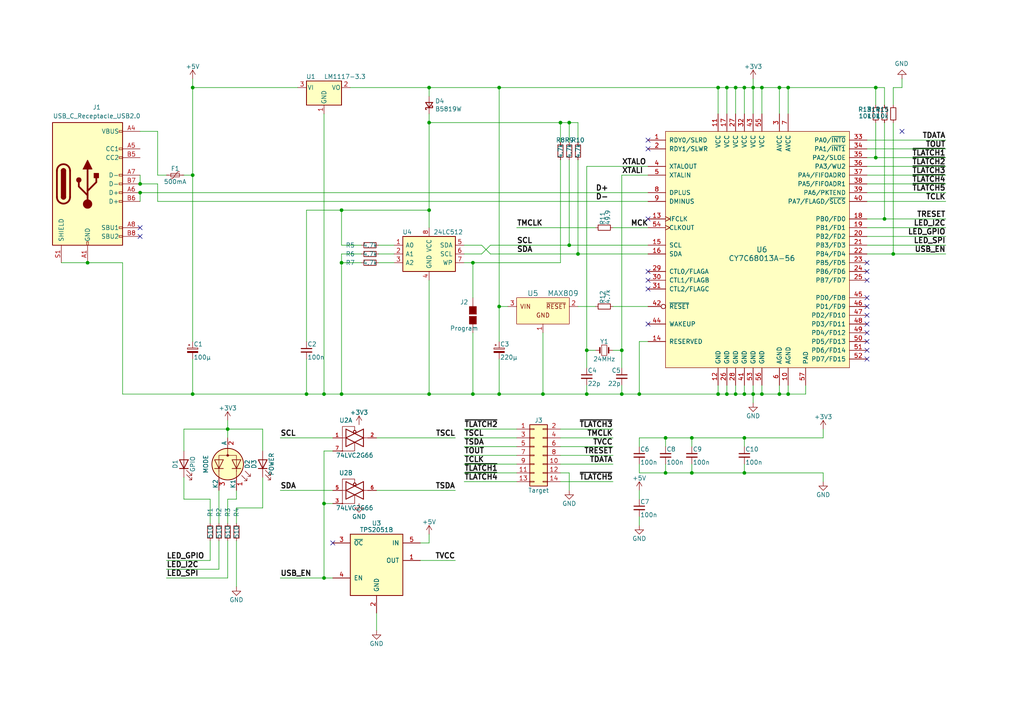
<source format=kicad_sch>
(kicad_sch (version 20210406) (generator eeschema)
  (paper "A4")
  (title_block (title "SigmaLink USBi") (date "2018-10-09") (rev "v3r1") (company "SushiBits Projects"))
  (lib_symbols
    (symbol "74xGxx:74LVC2G66" (pin_names (offset 1.016))
      (property "Reference" "U" (at -2.54 5.08 0))
      (property "Value" "74LVC2G66" (at 0 -5.08 0))
      (symbol "74LVC2G66_0_1"
        (pin power_in line (at 1.27 -3.81 270) (length 0) hide (name "GND") (number "4"))
        (pin power_in line (at 1.27 3.81 90) (length 0) hide (name "VCC") (number "8"))
      )
      (symbol "74LVC2G66_1_1"
        (pin input line (at -6.35 0 0) (length 2.54) (name "~") (number "1"))
        (pin tri_state line (at 6.35 0 180) (length 2.54) (name "~") (number "2"))
        (pin input line (at -6.35 -3.81 0) (length 2.54) (name "~") (number "7"))
      )
      (symbol "74LVC2G66_2_1"
        (pin input line (at -6.35 -3.81 0) (length 2.54) (name "~") (number "3"))
        (pin input line (at -6.35 0 0) (length 2.54) (name "~") (number "5"))
        (pin tri_state line (at 6.35 0 180) (length 2.54) (name "~") (number "6"))
      )
    )
    (symbol "Connector:USB_C_Receptacle_USB2.0" (pin_names (offset 1.016))
      (property "Reference" "J" (at -10.16 19.05 0))
      (property "Value" "USB_C_Receptacle_USB2.0" (at 19.05 19.05 0))
      (symbol "USB_C_Receptacle_USB2.0_1_1"
        (pin passive line (at 0 -22.86 90) (length 5.08) (name "GND") (number "A1"))
        (pin passive line (at 0 -22.86 90) (length 5.08) hide (name "GND") (number "A12"))
        (pin passive line (at 15.24 15.24 180) (length 5.08) (name "VBUS") (number "A4"))
        (pin bidirectional line (at 15.24 10.16 180) (length 5.08) (name "CC1") (number "A5"))
        (pin bidirectional line (at 15.24 -2.54 180) (length 5.08) (name "D+") (number "A6"))
        (pin bidirectional line (at 15.24 2.54 180) (length 5.08) (name "D-") (number "A7"))
        (pin bidirectional line (at 15.24 -12.7 180) (length 5.08) (name "SBU1") (number "A8"))
        (pin passive line (at 15.24 15.24 180) (length 5.08) hide (name "VBUS") (number "A9"))
        (pin passive line (at 0 -22.86 90) (length 5.08) hide (name "GND") (number "B1"))
        (pin passive line (at 0 -22.86 90) (length 5.08) hide (name "GND") (number "B12"))
        (pin passive line (at 15.24 15.24 180) (length 5.08) hide (name "VBUS") (number "B4"))
        (pin bidirectional line (at 15.24 7.62 180) (length 5.08) (name "CC2") (number "B5"))
        (pin bidirectional line (at 15.24 -5.08 180) (length 5.08) (name "D+") (number "B6"))
        (pin bidirectional line (at 15.24 0 180) (length 5.08) (name "D-") (number "B7"))
        (pin bidirectional line (at 15.24 -15.24 180) (length 5.08) (name "SBU2") (number "B8"))
        (pin passive line (at 15.24 15.24 180) (length 5.08) hide (name "VBUS") (number "B9"))
        (pin passive line (at -7.62 -22.86 90) (length 5.08) (name "SHIELD") (number "S1"))
      )
    )
    (symbol "Connector_Generic:Conn_02x07_Odd_Even" (pin_names (offset 1.016) hide)
      (property "Reference" "J" (at 1.27 10.16 0))
      (property "Value" "Conn_02x07_Odd_Even" (at 1.27 -10.16 0))
      (symbol "Conn_02x07_Odd_Even_1_1"
        (pin passive line (at -5.08 7.62 0) (length 3.81) (name "Pin_1") (number "1"))
        (pin passive line (at 7.62 -2.54 180) (length 3.81) (name "Pin_10") (number "10"))
        (pin passive line (at -5.08 -5.08 0) (length 3.81) (name "Pin_11") (number "11"))
        (pin passive line (at 7.62 -5.08 180) (length 3.81) (name "Pin_12") (number "12"))
        (pin passive line (at -5.08 -7.62 0) (length 3.81) (name "Pin_13") (number "13"))
        (pin passive line (at 7.62 -7.62 180) (length 3.81) (name "Pin_14") (number "14"))
        (pin passive line (at 7.62 7.62 180) (length 3.81) (name "Pin_2") (number "2"))
        (pin passive line (at -5.08 5.08 0) (length 3.81) (name "Pin_3") (number "3"))
        (pin passive line (at 7.62 5.08 180) (length 3.81) (name "Pin_4") (number "4"))
        (pin passive line (at -5.08 2.54 0) (length 3.81) (name "Pin_5") (number "5"))
        (pin passive line (at 7.62 2.54 180) (length 3.81) (name "Pin_6") (number "6"))
        (pin passive line (at -5.08 0 0) (length 3.81) (name "Pin_7") (number "7"))
        (pin passive line (at 7.62 0 180) (length 3.81) (name "Pin_8") (number "8"))
        (pin passive line (at -5.08 -2.54 0) (length 3.81) (name "Pin_9") (number "9"))
      )
    )
    (symbol "Device:CP_Small" (pin_numbers hide) (pin_names (offset 0.254) hide)
      (property "Reference" "C" (at 0.254 1.778 0))
      (property "Value" "Device_CP_Small" (at 0.254 -2.032 0))
      (symbol "CP_Small_1_1"
        (pin passive line (at 0 2.54 270) (length 1.8542) (name "~") (number "1"))
        (pin passive line (at 0 -2.54 90) (length 1.8542) (name "~") (number "2"))
      )
    )
    (symbol "Device:C_Small" (pin_numbers hide) (pin_names (offset 0.254) hide)
      (property "Reference" "C" (at 0.254 1.778 0))
      (property "Value" "C_Small" (at 0.254 -2.032 0))
      (symbol "C_Small_1_1"
        (pin passive line (at 0 2.54 270) (length 2.032) (name "~") (number "1"))
        (pin passive line (at 0 -2.54 90) (length 2.032) (name "~") (number "2"))
      )
    )
    (symbol "Device:Crystal_Small" (pin_numbers hide) (pin_names (offset 1.016) hide)
      (property "Reference" "Y" (at 0 2.54 0))
      (property "Value" "Crystal_Small" (at 0 -2.54 0))
      (symbol "Crystal_Small_1_1"
        (pin passive line (at -2.54 0 0) (length 1.27) (name "1") (number "1"))
        (pin passive line (at 2.54 0 180) (length 1.27) (name "2") (number "2"))
      )
    )
    (symbol "Device:D_Schottky_Small" (pin_numbers hide) (pin_names (offset 0.254) hide)
      (property "Reference" "D" (at -1.27 2.032 0))
      (property "Value" "D_Schottky_Small" (at -7.112 -2.032 0))
      (symbol "D_Schottky_Small_1_1"
        (pin passive line (at -2.54 0 0) (length 1.778) (name "K") (number "1"))
        (pin passive line (at 2.54 0 180) (length 1.778) (name "A") (number "2"))
      )
    )
    (symbol "Device:LED" (pin_numbers hide) (pin_names (offset 1.016) hide)
      (property "Reference" "D" (at 0 2.54 0))
      (property "Value" "LED" (at 0 -2.54 0))
      (symbol "LED_1_1"
        (pin passive line (at -3.81 0 0) (length 2.54) (name "K") (number "1"))
        (pin passive line (at 3.81 0 180) (length 2.54) (name "A") (number "2"))
      )
    )
    (symbol "Device:LED_Dual_CAC" (pin_names (offset 0))
      (property "Reference" "D" (at 0 5.715 0))
      (property "Value" "Device_LED_Dual_CAC" (at 0 -6.35 0))
      (symbol "LED_Dual_CAC_1_1"
        (pin input line (at 7.62 2.54 180) (length 3.81) (name "K1") (number "1"))
        (pin input line (at -7.62 0 0) (length 3.048) (name "A") (number "2"))
        (pin input line (at 7.62 -2.54 180) (length 3.81) (name "K2") (number "3"))
      )
    )
    (symbol "Device:Polyfuse_Small" (pin_numbers hide) (pin_names (offset 0))
      (property "Reference" "F" (at -1.905 0 90))
      (property "Value" "Polyfuse_Small" (at 1.905 0 90))
      (symbol "Polyfuse_Small_1_1"
        (pin passive line (at 0 2.54 270) (length 0.635) (name "~") (number "1"))
        (pin passive line (at 0 -2.54 90) (length 0.635) (name "~") (number "2"))
      )
    )
    (symbol "Device:R_Small" (pin_numbers hide) (pin_names (offset 0.254) hide)
      (property "Reference" "R" (at 0.762 0.508 0))
      (property "Value" "R_Small" (at 0.762 -1.016 0))
      (symbol "R_Small_1_1"
        (pin passive line (at 0 2.54 270) (length 0.762) (name "~") (number "1"))
        (pin passive line (at 0 -2.54 90) (length 0.762) (name "~") (number "2"))
      )
    )
    (symbol "SigmaLink-USBi-rescue:24LC512" (pin_names (offset 0.762))
      (property "Reference" "U" (at -6.35 6.35 0))
      (property "Value" "24LC512" (at 1.27 6.35 0))
      (symbol "24LC512_0_0"
        (pin power_in line (at 0 -7.62 90) (length 2.54) (name "GND") (number "4"))
        (pin power_in line (at 0 7.62 270) (length 2.54) (name "VCC") (number "8"))
      )
      (symbol "24LC512_1_1"
        (pin input line (at -10.16 2.54 0) (length 2.54) (name "A0") (number "1"))
        (pin input line (at -10.16 0 0) (length 2.54) (name "A1") (number "2"))
        (pin input line (at -10.16 -2.54 0) (length 2.54) (name "A2") (number "3"))
        (pin bidirectional line (at 10.16 2.54 180) (length 2.54) (name "SDA") (number "5"))
        (pin input line (at 10.16 0 180) (length 2.54) (name "SCL") (number "6"))
        (pin input line (at 10.16 -2.54 180) (length 2.54) (name "WP") (number "7"))
      )
    )
    (symbol "SigmaLink-USBi-rescue:GS2" (pin_numbers hide) (pin_names (offset 1.016) hide)
      (property "Reference" "J" (at 2.54 3.81 0))
      (property "Value" "GS2" (at 2.54 -3.7846 0))
      (symbol "GS2_1_1"
        (pin passive line (at 0 5.08 270) (length 2.54) (name "G1") (number "1"))
        (pin passive line (at 0 -5.08 90) (length 2.54) (name "G2") (number "2"))
      )
    )
    (symbol "SigmaLink-USBi-rescue:LM1117-3.3" (pin_names (offset 0.254))
      (property "Reference" "U" (at -3.81 3.175 0))
      (property "Value" "LM1117-3.3" (at 0 3.175 0))
      (symbol "LM1117-3.3_1_1"
        (pin power_in line (at 0 -7.62 90) (length 2.54) (name "GND") (number "1"))
        (pin power_out line (at 7.62 0 180) (length 2.54) (name "VO") (number "2"))
        (pin power_in line (at -7.62 0 0) (length 2.54) (name "VI") (number "3"))
      )
    )
    (symbol "SigmaLink-USBi-rescue:TPS2051B" (pin_names (offset 1.016))
      (property "Reference" "U" (at 0 10.795 0))
      (property "Value" "TPS2051B" (at 0 8.89 0))
      (symbol "TPS2051B_1_1"
        (pin power_out line (at 12.7 0 180) (length 5.08) (name "OUT") (number "1"))
        (pin power_in line (at 0 -15.24 90) (length 5.08) (name "GND") (number "2"))
        (pin open_collector line (at -12.7 5.08 0) (length 5.08) (name "~OC") (number "3"))
        (pin input line (at -12.7 -5.08 0) (length 5.08) (name "EN") (number "4"))
        (pin power_in line (at 12.7 5.08 180) (length 5.08) (name "IN") (number "5"))
      )
    )
    (symbol "cy7c68013:CY7C68013A-56" (pin_names (offset 1.016))
      (property "Reference" "U" (at 0 1.27 0))
      (property "Value" "CY7C68013A-56" (at 0 -1.27 0))
      (symbol "CY7C68013A-56_1_1"
        (pin input line (at -33.02 33.02 0) (length 5.08) (name "RDY0/SLRD") (number "1"))
        (pin power_in line (at 7.62 -38.1 90) (length 5.08) (name "AGND") (number "10"))
        (pin power_in line (at -12.7 40.64 270) (length 5.08) (name "VCC") (number "11"))
        (pin power_in line (at -12.7 -38.1 90) (length 5.08) (name "GND") (number "12"))
        (pin bidirectional clock (at -33.02 10.16 0) (length 5.08) (name "IFCLK") (number "13"))
        (pin input line (at -33.02 -25.4 0) (length 5.08) (name "RESERVED") (number "14"))
        (pin output line (at -33.02 2.54 0) (length 5.08) (name "SCL") (number "15"))
        (pin bidirectional line (at -33.02 0 0) (length 5.08) (name "SDA") (number "16"))
        (pin power_in line (at -10.16 40.64 270) (length 5.08) (name "VCC") (number "17"))
        (pin bidirectional line (at 30.48 10.16 180) (length 5.08) (name "PB0/FD0") (number "18"))
        (pin bidirectional line (at 30.48 7.62 180) (length 5.08) (name "PB1/FD1") (number "19"))
        (pin input line (at -33.02 30.48 0) (length 5.08) (name "RDY1/SLWR") (number "2"))
        (pin bidirectional line (at 30.48 5.08 180) (length 5.08) (name "PB2/FD2") (number "20"))
        (pin bidirectional line (at 30.48 2.54 180) (length 5.08) (name "PB3/FD3") (number "21"))
        (pin bidirectional line (at 30.48 0 180) (length 5.08) (name "PB4/FD4") (number "22"))
        (pin bidirectional line (at 30.48 -2.54 180) (length 5.08) (name "PB5/FD5") (number "23"))
        (pin bidirectional line (at 30.48 -5.08 180) (length 5.08) (name "PB6/FD6") (number "24"))
        (pin bidirectional line (at 30.48 -7.62 180) (length 5.08) (name "PB7/FD7") (number "25"))
        (pin power_in line (at -10.16 -38.1 90) (length 5.08) (name "GND") (number "26"))
        (pin power_in line (at -7.62 40.64 270) (length 5.08) (name "VCC") (number "27"))
        (pin power_in line (at -7.62 -38.1 90) (length 5.08) (name "GND") (number "28"))
        (pin output line (at -33.02 -5.08 0) (length 5.08) (name "CTL0/FLAGA") (number "29"))
        (pin power_in line (at 5.08 40.64 270) (length 5.08) (name "AVCC") (number "3"))
        (pin output line (at -33.02 -7.62 0) (length 5.08) (name "CTL1/FLAGB") (number "30"))
        (pin output line (at -33.02 -10.16 0) (length 5.08) (name "CTL2/FLAGC") (number "31"))
        (pin power_in line (at -5.08 40.64 270) (length 5.08) (name "VCC") (number "32"))
        (pin bidirectional line (at 30.48 33.02 180) (length 5.08) (name "PA0/~INT0") (number "33"))
        (pin bidirectional line (at 30.48 30.48 180) (length 5.08) (name "PA1/~INT1") (number "34"))
        (pin bidirectional line (at 30.48 27.94 180) (length 5.08) (name "PA2/SLOE") (number "35"))
        (pin bidirectional line (at 30.48 25.4 180) (length 5.08) (name "PA3/WU2") (number "36"))
        (pin bidirectional line (at 30.48 22.86 180) (length 5.08) (name "PA4/FIFOADR0") (number "37"))
        (pin bidirectional line (at 30.48 20.32 180) (length 5.08) (name "PA5/FIFOADR1") (number "38"))
        (pin bidirectional line (at 30.48 17.78 180) (length 5.08) (name "PA6/PKTEND") (number "39"))
        (pin output line (at -33.02 25.4 0) (length 5.08) (name "XTALOUT") (number "4"))
        (pin bidirectional line (at 30.48 15.24 180) (length 5.08) (name "PA7/FLAGD/~SLCS") (number "40"))
        (pin power_in line (at -5.08 -38.1 90) (length 5.08) (name "GND") (number "41"))
        (pin input inverted (at -33.02 -15.24 0) (length 5.08) (name "~RESET") (number "42"))
        (pin power_in line (at -2.54 40.64 270) (length 5.08) (name "VCC") (number "43"))
        (pin input line (at -33.02 -20.32 0) (length 5.08) (name "WAKEUP") (number "44"))
        (pin bidirectional line (at 30.48 -12.7 180) (length 5.08) (name "PD0/FD8") (number "45"))
        (pin bidirectional line (at 30.48 -15.24 180) (length 5.08) (name "PD1/FD9") (number "46"))
        (pin bidirectional line (at 30.48 -17.78 180) (length 5.08) (name "PD2/FD10") (number "47"))
        (pin bidirectional line (at 30.48 -20.32 180) (length 5.08) (name "PD3/FD11") (number "48"))
        (pin bidirectional line (at 30.48 -22.86 180) (length 5.08) (name "PD4/FD12") (number "49"))
        (pin input line (at -33.02 22.86 0) (length 5.08) (name "XTALIN") (number "5"))
        (pin bidirectional line (at 30.48 -25.4 180) (length 5.08) (name "PD5/FD13") (number "50"))
        (pin bidirectional line (at 30.48 -27.94 180) (length 5.08) (name "PD6/FD14") (number "51"))
        (pin bidirectional line (at 30.48 -30.48 180) (length 5.08) (name "PD7/FD15") (number "52"))
        (pin power_in line (at -2.54 -38.1 90) (length 5.08) (name "GND") (number "53"))
        (pin output clock (at -33.02 7.62 0) (length 5.08) (name "CLKOUT") (number "54"))
        (pin power_in line (at 0 40.64 270) (length 5.08) (name "VCC") (number "55"))
        (pin power_in line (at 0 -38.1 90) (length 5.08) (name "GND") (number "56"))
        (pin passive line (at 12.7 -38.1 90) (length 5.08) (name "PAD") (number "57"))
        (pin power_in line (at 5.08 -38.1 90) (length 5.08) (name "AGND") (number "6"))
        (pin power_in line (at 7.62 40.64 270) (length 5.08) (name "AVCC") (number "7"))
        (pin bidirectional line (at -33.02 17.78 0) (length 5.08) (name "DPLUS") (number "8"))
        (pin bidirectional line (at -33.02 15.24 0) (length 5.08) (name "DMINUS") (number "9"))
      )
    )
    (symbol "power:+3V3" (power) (pin_names (offset 0))
      (property "Value" "+3V3" (at 0 3.556 0))
      (symbol "+3V3_1_1"
        (pin power_in line (at 0 0 90) (length 0) hide (name "+3V3") (number "1"))
      )
    )
    (symbol "power:+5V" (power) (pin_names (offset 0))
      (property "Value" "+5V" (at 0 3.556 0))
      (symbol "+5V_1_1"
        (pin power_in line (at 0 0 90) (length 0) hide (name "+5V") (number "1"))
      )
    )
    (symbol "power:GND" (power) (pin_names (offset 0))
      (property "Value" "GND" (at 0 -3.81 0))
      (symbol "GND_1_1"
        (pin power_in line (at 0 0 270) (length 0) hide (name "GND") (number "1"))
      )
    )
    (symbol "usb-mux:MAX809" (pin_names (offset 1.016) hide)
      (property "Reference" "U" (at -1.27 3.81 0))
      (property "Value" "usb-mux_MAX809" (at 1.27 3.81 0))
      (symbol "MAX809_0_0"
        (text "GND" (at 0 -2.54 0) (effects (font (size 1.27 1.27))))
        (text "VIN" (at -5.08 0 0) (effects (font (size 1.27 1.27))))
        (text "~RESET" (at 3.81 0 0) (effects (font (size 1.27 1.27))))
      )
      (symbol "MAX809_1_1"
        (pin power_in line (at 0 -7.62 90) (length 2.54) (name "GND") (number "1"))
        (pin power_in line (at 10.16 0 180) (length 2.54) (name "~RESET") (number "2"))
        (pin power_in line (at -10.16 0 0) (length 2.54) (name "VIN") (number "3"))
      )
    )
  )
  (junction (at 25.4 76.2) (diameter 0.9144))
  (junction (at 40.64 53.34) (diameter 0.9144))
  (junction (at 40.64 55.88) (diameter 0.9144))
  (junction (at 55.88 25.4) (diameter 0.9144))
  (junction (at 55.88 50.8) (diameter 0.9144))
  (junction (at 55.88 114.3) (diameter 0.9144))
  (junction (at 66.04 124.46) (diameter 0.9144))
  (junction (at 88.9 114.3) (diameter 0.9144))
  (junction (at 93.98 114.3) (diameter 0.9144))
  (junction (at 93.98 146.05) (diameter 0.9144))
  (junction (at 93.98 167.64) (diameter 0.9144))
  (junction (at 99.06 60.96) (diameter 0.9144))
  (junction (at 99.06 76.2) (diameter 0.9144))
  (junction (at 99.06 114.3) (diameter 0.9144))
  (junction (at 124.46 25.4) (diameter 0.9144))
  (junction (at 124.46 35.56) (diameter 0.9144))
  (junction (at 124.46 60.96) (diameter 0.9144))
  (junction (at 124.46 114.3) (diameter 0.9144))
  (junction (at 137.16 76.2) (diameter 0.9144))
  (junction (at 137.16 114.3) (diameter 0.9144))
  (junction (at 144.78 25.4) (diameter 0.9144))
  (junction (at 144.78 88.9) (diameter 0.9144))
  (junction (at 144.78 114.3) (diameter 0.9144))
  (junction (at 157.48 114.3) (diameter 0.9144))
  (junction (at 162.56 35.56) (diameter 0.9144))
  (junction (at 165.1 35.56) (diameter 0.9144))
  (junction (at 165.1 71.12) (diameter 0.9144))
  (junction (at 167.64 73.66) (diameter 0.9144))
  (junction (at 170.18 101.6) (diameter 0.9144))
  (junction (at 170.18 114.3) (diameter 0.9144))
  (junction (at 180.34 101.6) (diameter 0.9144))
  (junction (at 180.34 114.3) (diameter 0.9144))
  (junction (at 185.42 114.3) (diameter 0.9144))
  (junction (at 193.04 127) (diameter 0.9144))
  (junction (at 193.04 137.16) (diameter 0.9144))
  (junction (at 200.66 127) (diameter 0.9144))
  (junction (at 200.66 137.16) (diameter 0.9144))
  (junction (at 208.28 25.4) (diameter 0.9144))
  (junction (at 208.28 114.3) (diameter 0.9144))
  (junction (at 210.82 25.4) (diameter 0.9144))
  (junction (at 210.82 114.3) (diameter 0.9144))
  (junction (at 213.36 25.4) (diameter 0.9144))
  (junction (at 213.36 114.3) (diameter 0.9144))
  (junction (at 215.9 25.4) (diameter 0.9144))
  (junction (at 215.9 114.3) (diameter 0.9144))
  (junction (at 215.9 127) (diameter 0.9144))
  (junction (at 215.9 137.16) (diameter 0.9144))
  (junction (at 218.44 25.4) (diameter 0.9144))
  (junction (at 218.44 114.3) (diameter 0.9144))
  (junction (at 220.98 25.4) (diameter 0.9144))
  (junction (at 220.98 114.3) (diameter 0.9144))
  (junction (at 226.06 25.4) (diameter 0.9144))
  (junction (at 226.06 114.3) (diameter 0.9144))
  (junction (at 228.6 25.4) (diameter 0.9144))
  (junction (at 228.6 114.3) (diameter 0.9144))
  (junction (at 254 25.4) (diameter 0.9144))
  (junction (at 254 45.72) (diameter 0.9144))
  (junction (at 256.54 63.5) (diameter 0.9144))
  (junction (at 259.08 73.66) (diameter 0.9144))
  (no_connect (at 40.64 66.04))
  (no_connect (at 40.64 68.58))
  (no_connect (at 96.52 157.48))
  (no_connect (at 187.96 40.64))
  (no_connect (at 187.96 43.18))
  (no_connect (at 187.96 63.5))
  (no_connect (at 187.96 78.74))
  (no_connect (at 187.96 81.28))
  (no_connect (at 187.96 83.82))
  (no_connect (at 187.96 93.98))
  (no_connect (at 251.46 76.2))
  (no_connect (at 251.46 78.74))
  (no_connect (at 251.46 81.28))
  (no_connect (at 251.46 86.36))
  (no_connect (at 251.46 88.9))
  (no_connect (at 251.46 91.44))
  (no_connect (at 251.46 93.98))
  (no_connect (at 251.46 96.52))
  (no_connect (at 251.46 99.06))
  (no_connect (at 251.46 101.6))
  (no_connect (at 251.46 104.14))
  (no_connect (at 261.62 38.1))
  (wire (pts (xy 17.78 76.2) (xy 25.4 76.2)))
  (wire (pts (xy 25.4 76.2) (xy 35.56 76.2)))
  (wire (pts (xy 35.56 76.2) (xy 35.56 114.3)))
  (wire (pts (xy 35.56 114.3) (xy 55.88 114.3)))
  (wire (pts (xy 40.64 38.1) (xy 45.72 38.1)))
  (wire (pts (xy 40.64 50.8) (xy 40.64 53.34)))
  (wire (pts (xy 40.64 53.34) (xy 45.72 53.34)))
  (wire (pts (xy 40.64 55.88) (xy 40.64 58.42)))
  (wire (pts (xy 40.64 55.88) (xy 187.96 55.88)))
  (wire (pts (xy 45.72 38.1) (xy 45.72 50.8)))
  (wire (pts (xy 45.72 53.34) (xy 45.72 58.42)))
  (wire (pts (xy 45.72 58.42) (xy 187.96 58.42)))
  (wire (pts (xy 48.26 50.8) (xy 45.72 50.8)))
  (wire (pts (xy 48.26 162.56) (xy 60.96 162.56)))
  (wire (pts (xy 48.26 165.1) (xy 63.5 165.1)))
  (wire (pts (xy 48.26 167.64) (xy 66.04 167.64)))
  (wire (pts (xy 53.34 50.8) (xy 55.88 50.8)))
  (wire (pts (xy 53.34 124.46) (xy 53.34 130.81)))
  (wire (pts (xy 53.34 124.46) (xy 66.04 124.46)))
  (wire (pts (xy 53.34 144.78) (xy 53.34 138.43)))
  (wire (pts (xy 55.88 22.86) (xy 55.88 25.4)))
  (wire (pts (xy 55.88 25.4) (xy 55.88 50.8)))
  (wire (pts (xy 55.88 25.4) (xy 86.36 25.4)))
  (wire (pts (xy 55.88 50.8) (xy 55.88 99.06)))
  (wire (pts (xy 55.88 114.3) (xy 55.88 104.14)))
  (wire (pts (xy 55.88 114.3) (xy 88.9 114.3)))
  (wire (pts (xy 60.96 144.78) (xy 53.34 144.78)))
  (wire (pts (xy 60.96 151.765) (xy 60.96 144.78)))
  (wire (pts (xy 60.96 162.56) (xy 60.96 156.845)))
  (wire (pts (xy 63.5 151.765) (xy 63.5 142.24)))
  (wire (pts (xy 63.5 165.1) (xy 63.5 156.845)))
  (wire (pts (xy 66.04 121.92) (xy 66.04 124.46)))
  (wire (pts (xy 66.04 124.46) (xy 66.04 127)))
  (wire (pts (xy 66.04 124.46) (xy 76.2 124.46)))
  (wire (pts (xy 66.04 144.78) (xy 68.58 144.78)))
  (wire (pts (xy 66.04 151.765) (xy 66.04 144.78)))
  (wire (pts (xy 66.04 167.64) (xy 66.04 156.845)))
  (wire (pts (xy 68.58 144.78) (xy 68.58 142.24)))
  (wire (pts (xy 68.58 147.32) (xy 76.2 147.32)))
  (wire (pts (xy 68.58 151.765) (xy 68.58 147.32)))
  (wire (pts (xy 68.58 170.18) (xy 68.58 156.845)))
  (wire (pts (xy 76.2 124.46) (xy 76.2 130.81)))
  (wire (pts (xy 76.2 147.32) (xy 76.2 138.43)))
  (wire (pts (xy 81.28 127) (xy 96.52 127)))
  (wire (pts (xy 81.28 142.24) (xy 96.52 142.24)))
  (wire (pts (xy 81.28 167.64) (xy 93.98 167.64)))
  (wire (pts (xy 88.9 60.96) (xy 88.9 99.06)))
  (wire (pts (xy 88.9 104.14) (xy 88.9 114.3)))
  (wire (pts (xy 88.9 114.3) (xy 93.98 114.3)))
  (wire (pts (xy 93.98 114.3) (xy 93.98 33.02)))
  (wire (pts (xy 93.98 114.3) (xy 99.06 114.3)))
  (wire (pts (xy 93.98 130.81) (xy 93.98 146.05)))
  (wire (pts (xy 93.98 146.05) (xy 93.98 167.64)))
  (wire (pts (xy 93.98 167.64) (xy 96.52 167.64)))
  (wire (pts (xy 96.52 130.81) (xy 93.98 130.81)))
  (wire (pts (xy 96.52 146.05) (xy 93.98 146.05)))
  (wire (pts (xy 99.06 60.96) (xy 88.9 60.96)))
  (wire (pts (xy 99.06 60.96) (xy 99.06 71.12)))
  (wire (pts (xy 99.06 71.12) (xy 104.775 71.12)))
  (wire (pts (xy 99.06 73.66) (xy 99.06 76.2)))
  (wire (pts (xy 99.06 76.2) (xy 99.06 114.3)))
  (wire (pts (xy 99.06 114.3) (xy 124.46 114.3)))
  (wire (pts (xy 101.6 25.4) (xy 124.46 25.4)))
  (wire (pts (xy 104.775 73.66) (xy 99.06 73.66)))
  (wire (pts (xy 104.775 76.2) (xy 99.06 76.2)))
  (wire (pts (xy 109.22 177.8) (xy 109.22 182.88)))
  (wire (pts (xy 109.855 71.12) (xy 114.3 71.12)))
  (wire (pts (xy 109.855 73.66) (xy 114.3 73.66)))
  (wire (pts (xy 109.855 76.2) (xy 114.3 76.2)))
  (wire (pts (xy 121.92 157.48) (xy 124.46 157.48)))
  (wire (pts (xy 124.46 25.4) (xy 124.46 27.94)))
  (wire (pts (xy 124.46 25.4) (xy 144.78 25.4)))
  (wire (pts (xy 124.46 33.02) (xy 124.46 35.56)))
  (wire (pts (xy 124.46 35.56) (xy 124.46 60.96)))
  (wire (pts (xy 124.46 35.56) (xy 162.56 35.56)))
  (wire (pts (xy 124.46 60.96) (xy 99.06 60.96)))
  (wire (pts (xy 124.46 60.96) (xy 124.46 66.04)))
  (wire (pts (xy 124.46 114.3) (xy 124.46 81.28)))
  (wire (pts (xy 124.46 114.3) (xy 137.16 114.3)))
  (wire (pts (xy 124.46 157.48) (xy 124.46 154.94)))
  (wire (pts (xy 132.08 127) (xy 109.22 127)))
  (wire (pts (xy 132.08 142.24) (xy 109.22 142.24)))
  (wire (pts (xy 132.08 162.56) (xy 121.92 162.56)))
  (wire (pts (xy 134.62 71.12) (xy 139.7 71.12)))
  (wire (pts (xy 134.62 73.66) (xy 139.7 73.66)))
  (wire (pts (xy 134.62 76.2) (xy 137.16 76.2)))
  (wire (pts (xy 134.62 124.46) (xy 149.86 124.46)))
  (wire (pts (xy 134.62 129.54) (xy 149.86 129.54)))
  (wire (pts (xy 134.62 134.62) (xy 149.86 134.62)))
  (wire (pts (xy 134.62 137.16) (xy 149.86 137.16)))
  (wire (pts (xy 137.16 76.2) (xy 137.16 86.36)))
  (wire (pts (xy 137.16 76.2) (xy 162.56 76.2)))
  (wire (pts (xy 137.16 96.52) (xy 137.16 114.3)))
  (wire (pts (xy 137.16 114.3) (xy 144.78 114.3)))
  (wire (pts (xy 139.7 71.12) (xy 142.24 73.66)))
  (wire (pts (xy 139.7 73.66) (xy 142.24 71.12)))
  (wire (pts (xy 142.24 71.12) (xy 165.1 71.12)))
  (wire (pts (xy 142.24 73.66) (xy 167.64 73.66)))
  (wire (pts (xy 144.78 25.4) (xy 144.78 88.9)))
  (wire (pts (xy 144.78 25.4) (xy 208.28 25.4)))
  (wire (pts (xy 144.78 88.9) (xy 144.78 99.06)))
  (wire (pts (xy 144.78 114.3) (xy 144.78 104.14)))
  (wire (pts (xy 144.78 114.3) (xy 157.48 114.3)))
  (wire (pts (xy 147.32 88.9) (xy 144.78 88.9)))
  (wire (pts (xy 149.86 66.04) (xy 172.72 66.04)))
  (wire (pts (xy 149.86 127) (xy 134.62 127)))
  (wire (pts (xy 149.86 132.08) (xy 134.62 132.08)))
  (wire (pts (xy 149.86 139.7) (xy 134.62 139.7)))
  (wire (pts (xy 157.48 96.52) (xy 157.48 114.3)))
  (wire (pts (xy 157.48 114.3) (xy 170.18 114.3)))
  (wire (pts (xy 162.56 35.56) (xy 165.1 35.56)))
  (wire (pts (xy 162.56 41.275) (xy 162.56 35.56)))
  (wire (pts (xy 162.56 76.2) (xy 162.56 46.355)))
  (wire (pts (xy 162.56 124.46) (xy 177.8 124.46)))
  (wire (pts (xy 162.56 129.54) (xy 177.8 129.54)))
  (wire (pts (xy 162.56 134.62) (xy 177.8 134.62)))
  (wire (pts (xy 162.56 137.16) (xy 165.1 137.16)))
  (wire (pts (xy 165.1 35.56) (xy 167.64 35.56)))
  (wire (pts (xy 165.1 41.275) (xy 165.1 35.56)))
  (wire (pts (xy 165.1 46.355) (xy 165.1 71.12)))
  (wire (pts (xy 165.1 71.12) (xy 187.96 71.12)))
  (wire (pts (xy 165.1 137.16) (xy 165.1 142.24)))
  (wire (pts (xy 167.64 35.56) (xy 167.64 41.275)))
  (wire (pts (xy 167.64 46.355) (xy 167.64 73.66)))
  (wire (pts (xy 167.64 73.66) (xy 187.96 73.66)))
  (wire (pts (xy 167.64 88.9) (xy 172.72 88.9)))
  (wire (pts (xy 170.18 48.26) (xy 170.18 101.6)))
  (wire (pts (xy 170.18 101.6) (xy 170.18 106.68)))
  (wire (pts (xy 170.18 114.3) (xy 170.18 111.76)))
  (wire (pts (xy 170.18 114.3) (xy 180.34 114.3)))
  (wire (pts (xy 172.72 101.6) (xy 170.18 101.6)))
  (wire (pts (xy 177.8 66.04) (xy 187.96 66.04)))
  (wire (pts (xy 177.8 88.9) (xy 187.96 88.9)))
  (wire (pts (xy 177.8 101.6) (xy 180.34 101.6)))
  (wire (pts (xy 177.8 127) (xy 162.56 127)))
  (wire (pts (xy 177.8 132.08) (xy 162.56 132.08)))
  (wire (pts (xy 177.8 139.7) (xy 162.56 139.7)))
  (wire (pts (xy 180.34 50.8) (xy 180.34 101.6)))
  (wire (pts (xy 180.34 101.6) (xy 180.34 106.68)))
  (wire (pts (xy 180.34 111.76) (xy 180.34 114.3)))
  (wire (pts (xy 180.34 114.3) (xy 185.42 114.3)))
  (wire (pts (xy 185.42 99.06) (xy 187.96 99.06)))
  (wire (pts (xy 185.42 114.3) (xy 185.42 99.06)))
  (wire (pts (xy 185.42 114.3) (xy 208.28 114.3)))
  (wire (pts (xy 185.42 127) (xy 185.42 129.54)))
  (wire (pts (xy 185.42 137.16) (xy 185.42 134.62)))
  (wire (pts (xy 185.42 142.24) (xy 185.42 144.78)))
  (wire (pts (xy 185.42 149.86) (xy 185.42 152.4)))
  (wire (pts (xy 187.96 48.26) (xy 170.18 48.26)))
  (wire (pts (xy 187.96 50.8) (xy 180.34 50.8)))
  (wire (pts (xy 193.04 127) (xy 185.42 127)))
  (wire (pts (xy 193.04 129.54) (xy 193.04 127)))
  (wire (pts (xy 193.04 137.16) (xy 185.42 137.16)))
  (wire (pts (xy 193.04 137.16) (xy 193.04 134.62)))
  (wire (pts (xy 200.66 127) (xy 193.04 127)))
  (wire (pts (xy 200.66 127) (xy 215.9 127)))
  (wire (pts (xy 200.66 129.54) (xy 200.66 127)))
  (wire (pts (xy 200.66 134.62) (xy 200.66 137.16)))
  (wire (pts (xy 200.66 137.16) (xy 193.04 137.16)))
  (wire (pts (xy 200.66 137.16) (xy 215.9 137.16)))
  (wire (pts (xy 208.28 25.4) (xy 208.28 33.02)))
  (wire (pts (xy 208.28 25.4) (xy 210.82 25.4)))
  (wire (pts (xy 208.28 114.3) (xy 208.28 111.76)))
  (wire (pts (xy 208.28 114.3) (xy 210.82 114.3)))
  (wire (pts (xy 210.82 25.4) (xy 210.82 33.02)))
  (wire (pts (xy 210.82 25.4) (xy 213.36 25.4)))
  (wire (pts (xy 210.82 111.76) (xy 210.82 114.3)))
  (wire (pts (xy 210.82 114.3) (xy 213.36 114.3)))
  (wire (pts (xy 213.36 25.4) (xy 213.36 33.02)))
  (wire (pts (xy 213.36 25.4) (xy 215.9 25.4)))
  (wire (pts (xy 213.36 111.76) (xy 213.36 114.3)))
  (wire (pts (xy 213.36 114.3) (xy 215.9 114.3)))
  (wire (pts (xy 215.9 25.4) (xy 215.9 33.02)))
  (wire (pts (xy 215.9 25.4) (xy 218.44 25.4)))
  (wire (pts (xy 215.9 111.76) (xy 215.9 114.3)))
  (wire (pts (xy 215.9 114.3) (xy 218.44 114.3)))
  (wire (pts (xy 215.9 127) (xy 238.76 127)))
  (wire (pts (xy 215.9 129.54) (xy 215.9 127)))
  (wire (pts (xy 215.9 134.62) (xy 215.9 137.16)))
  (wire (pts (xy 215.9 137.16) (xy 238.76 137.16)))
  (wire (pts (xy 218.44 22.86) (xy 218.44 25.4)))
  (wire (pts (xy 218.44 25.4) (xy 218.44 33.02)))
  (wire (pts (xy 218.44 25.4) (xy 220.98 25.4)))
  (wire (pts (xy 218.44 111.76) (xy 218.44 114.3)))
  (wire (pts (xy 218.44 114.3) (xy 218.44 116.84)))
  (wire (pts (xy 218.44 114.3) (xy 220.98 114.3)))
  (wire (pts (xy 220.98 25.4) (xy 220.98 33.02)))
  (wire (pts (xy 220.98 25.4) (xy 226.06 25.4)))
  (wire (pts (xy 220.98 111.76) (xy 220.98 114.3)))
  (wire (pts (xy 220.98 114.3) (xy 226.06 114.3)))
  (wire (pts (xy 226.06 25.4) (xy 226.06 33.02)))
  (wire (pts (xy 226.06 25.4) (xy 228.6 25.4)))
  (wire (pts (xy 226.06 111.76) (xy 226.06 114.3)))
  (wire (pts (xy 226.06 114.3) (xy 228.6 114.3)))
  (wire (pts (xy 228.6 25.4) (xy 228.6 33.02)))
  (wire (pts (xy 228.6 25.4) (xy 254 25.4)))
  (wire (pts (xy 228.6 111.76) (xy 228.6 114.3)))
  (wire (pts (xy 228.6 114.3) (xy 233.68 114.3)))
  (wire (pts (xy 233.68 114.3) (xy 233.68 111.76)))
  (wire (pts (xy 238.76 124.46) (xy 238.76 127)))
  (wire (pts (xy 238.76 137.16) (xy 238.76 139.7)))
  (wire (pts (xy 251.46 40.64) (xy 274.32 40.64)))
  (wire (pts (xy 251.46 45.72) (xy 254 45.72)))
  (wire (pts (xy 251.46 50.8) (xy 274.32 50.8)))
  (wire (pts (xy 251.46 55.88) (xy 274.32 55.88)))
  (wire (pts (xy 251.46 63.5) (xy 256.54 63.5)))
  (wire (pts (xy 251.46 66.04) (xy 274.32 66.04)))
  (wire (pts (xy 251.46 68.58) (xy 274.32 68.58)))
  (wire (pts (xy 251.46 71.12) (xy 274.32 71.12)))
  (wire (pts (xy 251.46 73.66) (xy 259.08 73.66)))
  (wire (pts (xy 254 25.4) (xy 256.54 25.4)))
  (wire (pts (xy 254 30.48) (xy 254 25.4)))
  (wire (pts (xy 254 35.56) (xy 254 45.72)))
  (wire (pts (xy 254 45.72) (xy 274.32 45.72)))
  (wire (pts (xy 256.54 30.48) (xy 256.54 25.4)))
  (wire (pts (xy 256.54 35.56) (xy 256.54 63.5)))
  (wire (pts (xy 256.54 63.5) (xy 274.32 63.5)))
  (wire (pts (xy 259.08 25.4) (xy 261.62 25.4)))
  (wire (pts (xy 259.08 30.48) (xy 259.08 25.4)))
  (wire (pts (xy 259.08 35.56) (xy 259.08 73.66)))
  (wire (pts (xy 259.08 73.66) (xy 274.32 73.66)))
  (wire (pts (xy 261.62 22.86) (xy 261.62 25.4)))
  (wire (pts (xy 274.32 43.18) (xy 251.46 43.18)))
  (wire (pts (xy 274.32 48.26) (xy 251.46 48.26)))
  (wire (pts (xy 274.32 53.34) (xy 251.46 53.34)))
  (wire (pts (xy 274.32 58.42) (xy 251.46 58.42)))
  (label "LED_GPIO" (at 48.26 162.56 0) (effects (font (size 1.524 1.524) (thickness 0.3048) bold)))
  (label "LED_I2C" (at 48.26 165.1 0) (effects (font (size 1.524 1.524) (thickness 0.3048) bold)))
  (label "LED_SPI" (at 48.26 167.64 0) (effects (font (size 1.524 1.524) (thickness 0.3048) bold)))
  (label "SCL" (at 81.28 127 0) (effects (font (size 1.524 1.524) (thickness 0.3048) bold)))
  (label "SDA" (at 81.28 142.24 0) (effects (font (size 1.524 1.524) (thickness 0.3048) bold)))
  (label "USB_EN" (at 81.28 167.64 0) (effects (font (size 1.524 1.524) (thickness 0.3048) bold)))
  (label "TSCL" (at 132.08 127 180) (effects (font (size 1.524 1.524) (thickness 0.3048) bold)))
  (label "TSDA" (at 132.08 142.24 180) (effects (font (size 1.524 1.524) (thickness 0.3048) bold)))
  (label "TVCC" (at 132.08 162.56 180) (effects (font (size 1.524 1.524) (thickness 0.3048) bold)))
  (label "~TLATCH2" (at 134.62 124.46 0) (effects (font (size 1.524 1.524) (thickness 0.3048) bold)))
  (label "TSCL" (at 134.62 127 0) (effects (font (size 1.524 1.524) (thickness 0.3048) bold)))
  (label "TSDA" (at 134.62 129.54 0) (effects (font (size 1.524 1.524) (thickness 0.3048) bold)))
  (label "TOUT" (at 134.62 132.08 0) (effects (font (size 1.524 1.524) (thickness 0.3048) bold)))
  (label "TCLK" (at 134.62 134.62 0) (effects (font (size 1.524 1.524) (thickness 0.3048) bold)))
  (label "~TLATCH1" (at 134.62 137.16 0) (effects (font (size 1.524 1.524) (thickness 0.3048) bold)))
  (label "~TLATCH4" (at 134.62 139.7 0) (effects (font (size 1.524 1.524) (thickness 0.3048) bold)))
  (label "TMCLK" (at 149.86 66.04 0) (effects (font (size 1.524 1.524) (thickness 0.3048) bold)))
  (label "SCL" (at 149.86 71.12 0) (effects (font (size 1.524 1.524) (thickness 0.3048) bold)))
  (label "SDA" (at 149.86 73.66 0) (effects (font (size 1.524 1.524) (thickness 0.3048) bold)))
  (label "D+" (at 172.72 55.88 0) (effects (font (size 1.524 1.524) (thickness 0.3048) bold)))
  (label "D-" (at 172.72 58.42 0) (effects (font (size 1.524 1.524) (thickness 0.3048) bold)))
  (label "~TLATCH3" (at 177.8 124.46 180) (effects (font (size 1.524 1.524) (thickness 0.3048) bold)))
  (label "TMCLK" (at 177.8 127 180) (effects (font (size 1.524 1.524) (thickness 0.3048) bold)))
  (label "TVCC" (at 177.8 129.54 180) (effects (font (size 1.524 1.524) (thickness 0.3048) bold)))
  (label "TRESET" (at 177.8 132.08 180) (effects (font (size 1.524 1.524) (thickness 0.3048) bold)))
  (label "TDATA" (at 177.8 134.62 180) (effects (font (size 1.524 1.524) (thickness 0.3048) bold)))
  (label "~TLATCH5" (at 177.8 139.7 180) (effects (font (size 1.524 1.524) (thickness 0.3048) bold)))
  (label "XTALO" (at 180.34 48.26 0) (effects (font (size 1.524 1.524) (thickness 0.3048) bold)))
  (label "XTALI" (at 180.34 50.8 0) (effects (font (size 1.524 1.524) (thickness 0.3048) bold)))
  (label "MCK" (at 182.88 66.04 0) (effects (font (size 1.524 1.524) (thickness 0.3048) bold)))
  (label "TDATA" (at 274.32 40.64 180) (effects (font (size 1.524 1.524) (thickness 0.3048) bold)))
  (label "TOUT" (at 274.32 43.18 180) (effects (font (size 1.524 1.524) (thickness 0.3048) bold)))
  (label "~TLATCH1" (at 274.32 45.72 180) (effects (font (size 1.524 1.524) (thickness 0.3048) bold)))
  (label "~TLATCH2" (at 274.32 48.26 180) (effects (font (size 1.524 1.524) (thickness 0.3048) bold)))
  (label "~TLATCH3" (at 274.32 50.8 180) (effects (font (size 1.524 1.524) (thickness 0.3048) bold)))
  (label "~TLATCH4" (at 274.32 53.34 180) (effects (font (size 1.524 1.524) (thickness 0.3048) bold)))
  (label "~TLATCH5" (at 274.32 55.88 180) (effects (font (size 1.524 1.524) (thickness 0.3048) bold)))
  (label "TCLK" (at 274.32 58.42 180) (effects (font (size 1.524 1.524) (thickness 0.3048) bold)))
  (label "TRESET" (at 274.32 63.5 180) (effects (font (size 1.524 1.524) (thickness 0.3048) bold)))
  (label "LED_I2C" (at 274.32 66.04 180) (effects (font (size 1.524 1.524) (thickness 0.3048) bold)))
  (label "LED_GPIO" (at 274.32 68.58 180) (effects (font (size 1.524 1.524) (thickness 0.3048) bold)))
  (label "LED_SPI" (at 274.32 71.12 180) (effects (font (size 1.524 1.524) (thickness 0.3048) bold)))
  (label "USB_EN" (at 274.32 73.66 180) (effects (font (size 1.524 1.524) (thickness 0.3048) bold)))
  (symbol (lib_id "power:+5V") (at 55.88 22.86 0) (unit 1)
    (property "Reference" "#PWR01" (effects hide))
    (property "Value" "+5V" (at 55.88 19.304 0))
  )
  (symbol (lib_id "power:+3V3") (at 66.04 121.92 0) (unit 1)
    (property "Reference" "#PWR02" (effects hide))
    (property "Value" "+3V3" (at 66.04 118.364 0))
  )
  (symbol (lib_id "power:+3V3") (at 104.14 123.19 0) (unit 1)
    (property "Reference" "#PWR04" (effects hide))
    (property "Value" "+3V3" (at 104.14 119.634 0))
  )
  (symbol (lib_id "power:+5V") (at 124.46 154.94 0) (unit 1)
    (property "Reference" "#PWR07" (effects hide))
    (property "Value" "+5V" (at 124.46 151.384 0))
  )
  (symbol (lib_id "power:+5V") (at 185.42 142.24 0) (unit 1)
    (property "Reference" "#PWR09" (effects hide))
    (property "Value" "+5V" (at 185.42 138.684 0))
  )
  (symbol (lib_id "power:+3V3") (at 218.44 22.86 0) (unit 1)
    (property "Reference" "#PWR011" (effects hide))
    (property "Value" "+3V3" (at 218.44 19.304 0))
  )
  (symbol (lib_id "power:+3V3") (at 238.76 124.46 0) (unit 1)
    (property "Reference" "#PWR013" (effects hide))
    (property "Value" "+3V3" (at 238.76 120.904 0))
  )
  (symbol (lib_id "power:GND") (at 68.58 170.18 0) (unit 1)
    (property "Reference" "#PWR03" (effects hide))
    (property "Value" "GND" (at 68.58 173.99 0))
  )
  (symbol (lib_id "power:GND") (at 104.14 146.05 0) (unit 1)
    (property "Reference" "#PWR05" (effects hide))
    (property "Value" "GND" (at 104.14 149.86 0))
  )
  (symbol (lib_id "power:GND") (at 109.22 182.88 0) (unit 1)
    (property "Reference" "#PWR06" (effects hide))
    (property "Value" "GND" (at 109.22 186.69 0))
  )
  (symbol (lib_id "power:GND") (at 165.1 142.24 0) (unit 1)
    (property "Reference" "#PWR08" (effects hide))
    (property "Value" "GND" (at 165.1 146.05 0))
  )
  (symbol (lib_id "power:GND") (at 185.42 152.4 0) (unit 1)
    (property "Reference" "#PWR010" (effects hide))
    (property "Value" "GND" (at 185.42 156.21 0))
  )
  (symbol (lib_id "power:GND") (at 218.44 116.84 0) (unit 1)
    (property "Reference" "#PWR012" (effects hide))
    (property "Value" "GND" (at 218.44 120.65 0))
  )
  (symbol (lib_id "power:GND") (at 238.76 139.7 0) (unit 1)
    (property "Reference" "#PWR014" (effects hide))
    (property "Value" "GND" (at 238.76 143.51 0))
  )
  (symbol (lib_id "power:GND") (at 261.62 22.86 180) (unit 1)
    (property "Reference" "#PWR015" (effects hide))
    (property "Value" "GND" (at 261.493 18.4658 0))
  )
  (symbol (lib_id "Device:R_Small") (at 60.96 154.305 180) (unit 1)
    (property "Reference" "R1" (at 60.96 148.59 90))
    (property "Value" "510" (at 60.96 154.305 90))
    (property "Footprint" "Resistor_SMD:R_0603_1608Metric" (effects hide))
  )
  (symbol (lib_id "Device:R_Small") (at 63.5 154.305 180) (unit 1)
    (property "Reference" "R2" (at 63.5 148.59 90))
    (property "Value" "510" (at 63.5 154.305 90))
    (property "Footprint" "Resistor_SMD:R_0603_1608Metric" (effects hide))
  )
  (symbol (lib_id "Device:R_Small") (at 66.04 154.305 180) (unit 1)
    (property "Reference" "R3" (at 66.04 148.59 90))
    (property "Value" "510" (at 66.04 154.305 90))
    (property "Footprint" "Resistor_SMD:R_0603_1608Metric" (effects hide))
  )
  (symbol (lib_id "Device:R_Small") (at 68.58 154.305 180) (unit 1)
    (property "Reference" "R4" (at 68.58 148.59 90))
    (property "Value" "510" (at 68.58 154.305 90))
    (property "Footprint" "Resistor_SMD:R_0603_1608Metric" (effects hide))
  )
  (symbol (lib_id "Device:R_Small") (at 107.315 71.12 270) (unit 1)
    (property "Reference" "R5" (at 101.6 71.12 90))
    (property "Value" "4.7k" (at 107.315 71.12 90))
    (property "Footprint" "Resistor_SMD:R_0603_1608Metric" (effects hide))
  )
  (symbol (lib_id "Device:R_Small") (at 107.315 73.66 270) (unit 1)
    (property "Reference" "R6" (at 101.6 73.66 90))
    (property "Value" "4.7k" (at 107.315 73.66 90))
    (property "Footprint" "Resistor_SMD:R_0603_1608Metric" (effects hide))
  )
  (symbol (lib_id "Device:R_Small") (at 107.315 76.2 270) (unit 1)
    (property "Reference" "R7" (at 101.6 76.2 90))
    (property "Value" "4.7k" (at 107.315 76.2 90))
    (property "Footprint" "Resistor_SMD:R_0603_1608Metric" (effects hide))
  )
  (symbol (lib_id "Device:R_Small") (at 162.56 43.815 180) (unit 1)
    (property "Reference" "R8" (at 162.56 40.64 0))
    (property "Value" "4.7k" (at 162.56 43.815 90))
    (property "Footprint" "Resistor_SMD:R_0603_1608Metric" (effects hide))
  )
  (symbol (lib_id "Device:R_Small") (at 165.1 43.815 180) (unit 1)
    (property "Reference" "R9" (at 165.1 40.64 0))
    (property "Value" "4.7k" (at 165.1 43.815 90))
    (property "Footprint" "Resistor_SMD:R_0603_1608Metric" (effects hide))
  )
  (symbol (lib_id "Device:R_Small") (at 167.64 43.815 180) (unit 1)
    (property "Reference" "R10" (at 167.64 40.64 0))
    (property "Value" "4.7k" (at 167.64 43.815 90))
    (property "Footprint" "Resistor_SMD:R_0603_1608Metric" (effects hide))
  )
  (symbol (lib_id "Device:R_Small") (at 175.26 66.04 90) (unit 1)
    (property "Reference" "R11" (at 174.752 65.278 0) (effects (justify left)))
    (property "Value" "49.9" (at 176.276 65.278 0) (effects (justify left)))
    (property "Footprint" "Resistor_SMD:R_0603_1608Metric" (effects hide))
  )
  (symbol (lib_id "Device:R_Small") (at 175.26 88.9 90) (unit 1)
    (property "Reference" "R12" (at 174.752 88.138 0) (effects (justify left)))
    (property "Value" "4.7k" (at 176.276 88.138 0) (effects (justify left)))
    (property "Footprint" "Resistor_SMD:R_0603_1608Metric" (effects hide))
  )
  (symbol (lib_id "Device:R_Small") (at 254 33.02 180) (unit 1)
    (property "Reference" "R13" (at 250.825 31.75 0))
    (property "Value" "10k" (at 250.825 33.655 0))
    (property "Footprint" "Resistor_SMD:R_0603_1608Metric" (effects hide))
  )
  (symbol (lib_id "Device:R_Small") (at 256.54 33.02 180) (unit 1)
    (property "Reference" "R14" (at 253.365 31.75 0))
    (property "Value" "10k" (at 253.365 33.655 0))
    (property "Footprint" "Resistor_SMD:R_0603_1608Metric" (effects hide))
  )
  (symbol (lib_id "Device:R_Small") (at 259.08 33.02 180) (unit 1)
    (property "Reference" "R15" (at 255.905 31.75 0))
    (property "Value" "10k" (at 255.905 33.655 0))
    (property "Footprint" "Resistor_SMD:R_0603_1608Metric" (effects hide))
  )
  (symbol (lib_id "Device:Polyfuse_Small") (at 50.8 50.8 270) (unit 1)
    (property "Reference" "F1" (at 50.8 48.895 90))
    (property "Value" "500mA" (at 50.8 52.705 90))
    (property "Footprint" "Fuse:Fuse_1812_4532Metric_Pad1.30x3.40mm_HandSolder" (effects hide))
  )
  (symbol (lib_id "Device:D_Schottky_Small") (at 124.46 30.48 90) (unit 1)
    (property "Reference" "D4" (at 126.1872 29.3116 90) (effects (justify right)))
    (property "Value" "B5819W" (at 126.1872 31.623 90) (effects (justify right)))
    (property "Footprint" "Diode_SMD:D_SOD-123" (effects hide))
  )
  (symbol (lib_id "Device:CP_Small") (at 55.88 101.6 0) (unit 1)
    (property "Reference" "C1" (at 56.134 99.822 0) (effects (justify left)))
    (property "Value" "100µ" (at 56.134 103.632 0) (effects (justify left)))
    (property "Footprint" "Capacitor_SMD:CP_Elec_6.3x5.3" (effects hide))
  )
  (symbol (lib_id "Device:CP_Small") (at 144.78 101.6 0) (unit 1)
    (property "Reference" "C3" (at 145.034 99.822 0) (effects (justify left)))
    (property "Value" "220µ" (at 145.034 103.632 0) (effects (justify left)))
    (property "Footprint" "Capacitor_SMD:CP_Elec_6.3x5.3" (effects hide))
  )
  (symbol (lib_id "Device:Crystal_Small") (at 175.26 101.6 0) (unit 1)
    (property "Reference" "Y1" (at 175.26 99.06 0))
    (property "Value" "24MHz" (at 175.26 104.14 0))
    (property "Footprint" "Crystal:Crystal_SMD_5032-2Pin_5.0x3.2mm" (effects hide))
  )
  (symbol (lib_id "Device:C_Small") (at 88.9 101.6 0) (unit 1)
    (property "Reference" "C2" (at 89.154 99.822 0) (effects (justify left)))
    (property "Value" "100n" (at 89.154 103.632 0) (effects (justify left)))
    (property "Footprint" "Capacitor_SMD:C_0603_1608Metric" (effects hide))
  )
  (symbol (lib_id "Device:C_Small") (at 170.18 109.22 0) (unit 1)
    (property "Reference" "C4" (at 170.434 107.442 0) (effects (justify left)))
    (property "Value" "22p" (at 170.434 111.252 0) (effects (justify left)))
    (property "Footprint" "Capacitor_SMD:C_0603_1608Metric" (effects hide))
  )
  (symbol (lib_id "Device:C_Small") (at 180.34 109.22 0) (mirror y) (unit 1)
    (property "Reference" "C5" (at 180.086 107.442 0) (effects (justify left)))
    (property "Value" "22p" (at 180.086 111.252 0) (effects (justify left)))
    (property "Footprint" "Capacitor_SMD:C_0603_1608Metric" (effects hide))
  )
  (symbol (lib_id "Device:C_Small") (at 185.42 132.08 0) (unit 1)
    (property "Reference" "C6" (at 185.674 130.302 0) (effects (justify left)))
    (property "Value" "100n" (at 185.674 134.112 0) (effects (justify left)))
    (property "Footprint" "Capacitor_SMD:C_0603_1608Metric" (effects hide))
  )
  (symbol (lib_id "Device:C_Small") (at 185.42 147.32 0) (unit 1)
    (property "Reference" "C7" (at 185.674 145.542 0) (effects (justify left)))
    (property "Value" "100n" (at 185.674 149.352 0) (effects (justify left)))
    (property "Footprint" "Capacitor_SMD:C_0603_1608Metric" (effects hide))
  )
  (symbol (lib_id "Device:C_Small") (at 193.04 132.08 0) (unit 1)
    (property "Reference" "C8" (at 193.294 130.302 0) (effects (justify left)))
    (property "Value" "100n" (at 193.294 134.112 0) (effects (justify left)))
    (property "Footprint" "Capacitor_SMD:C_0603_1608Metric" (effects hide))
  )
  (symbol (lib_id "Device:C_Small") (at 200.66 132.08 0) (unit 1)
    (property "Reference" "C9" (at 200.914 130.302 0) (effects (justify left)))
    (property "Value" "100n" (at 200.914 134.112 0) (effects (justify left)))
    (property "Footprint" "Capacitor_SMD:C_0603_1608Metric" (effects hide))
  )
  (symbol (lib_id "Device:C_Small") (at 215.9 132.08 0) (unit 1)
    (property "Reference" "C10" (at 216.154 130.302 0) (effects (justify left)))
    (property "Value" "100n" (at 216.154 134.112 0) (effects (justify left)))
    (property "Footprint" "Capacitor_SMD:C_0603_1608Metric" (effects hide))
  )
  (symbol (lib_id "SigmaLink-USBi-rescue:GS2") (at 137.16 91.44 0) (mirror y) (unit 1)
    (property "Reference" "J2" (at 134.62 87.63 0))
    (property "Value" "Program" (at 134.62 95.2246 0))
    (property "Footprint" "Connector_PinHeader_1.27mm:PinHeader_1x02_P1.27mm_Vertical" (effects hide))
  )
  (symbol (lib_id "Device:LED") (at 53.34 134.62 90) (unit 1)
    (property "Reference" "D1" (at 50.8 134.62 0))
    (property "Value" "GPIO" (at 55.88 134.62 0))
    (property "Footprint" "LED_THT:LED_D3.0mm" (effects hide))
  )
  (symbol (lib_id "Device:LED") (at 76.2 134.62 90) (unit 1)
    (property "Reference" "D3" (at 73.66 134.62 0))
    (property "Value" "POWER" (at 78.74 134.62 0))
    (property "Footprint" "LED_THT:LED_D3.0mm" (effects hide))
  )
  (symbol (lib_id "74xGxx:74LVC2G66") (at 102.87 127 0) (unit 1)
    (property "Reference" "U2" (at 100.33 121.92 0))
    (property "Value" "74LVC2G66" (at 102.87 132.08 0))
    (property "Footprint" "Package_SO:VSSOP-8_3.0x3.0mm_P0.65mm" (effects hide))
    (property "Datasheet" "http://www.ti.com/lit/sg/scyt129e/scyt129e.pdf" (effects hide))
  )
  (symbol (lib_id "74xGxx:74LVC2G66") (at 102.87 142.24 0) (unit 2)
    (property "Reference" "U2" (at 100.33 137.16 0))
    (property "Value" "74LVC2G66" (at 102.87 147.32 0))
    (property "Footprint" "Package_SO:VSSOP-8_3.0x3.0mm_P0.65mm" (effects hide))
    (property "Datasheet" "http://www.ti.com/lit/sg/scyt129e/scyt129e.pdf" (effects hide))
  )
  (symbol (lib_id "SigmaLink-USBi-rescue:LM1117-3.3") (at 93.98 25.4 0) (unit 1)
    (property "Reference" "U1" (at 90.17 22.225 0))
    (property "Value" "LM1117-3.3" (at 93.98 22.225 0) (effects (justify left)))
    (property "Footprint" "Package_TO_SOT_SMD:SOT-223-3_TabPin2" (effects hide))
  )
  (symbol (lib_id "Device:LED_Dual_CAC") (at 66.04 134.62 270) (unit 1)
    (property "Reference" "D2" (at 71.755 134.62 0))
    (property "Value" "MODE" (at 59.69 134.62 0))
    (property "Footprint" "LED_THT:LED_D3.0mm-3" (effects hide))
  )
  (symbol (lib_id "usb-mux:MAX809") (at 157.48 88.9 0) (unit 1)
    (property "Reference" "U5" (at 156.21 85.09 0) (effects (font (size 1.524 1.524)) (justify right)))
    (property "Value" "MAX809" (at 158.75 85.09 0) (effects (font (size 1.524 1.524)) (justify left)))
    (property "Footprint" "Package_TO_SOT_SMD:SOT-23" (effects hide))
  )
  (symbol (lib_id "Connector_Generic:Conn_02x07_Odd_Even") (at 154.94 132.08 0) (unit 1)
    (property "Reference" "J3" (at 156.21 121.92 0))
    (property "Value" "Target" (at 156.21 142.24 0))
    (property "Footprint" "Connector_IDC:IDC-Header_2x07_P2.54mm_Horizontal" (effects hide))
  )
  (symbol (lib_id "SigmaLink-USBi-rescue:24LC512") (at 124.46 73.66 0) (unit 1)
    (property "Reference" "U4" (at 118.11 67.31 0))
    (property "Value" "24LC512" (at 125.73 67.31 0) (effects (justify left)))
    (property "Footprint" "Package_SO:SOIC-8_3.9x4.9mm_P1.27mm" (effects hide))
  )
  (symbol (lib_id "SigmaLink-USBi-rescue:TPS2051B") (at 109.22 162.56 0) (unit 1)
    (property "Reference" "U3" (at 109.22 151.765 0))
    (property "Value" "TPS2051B" (at 109.22 153.67 0))
    (property "Footprint" "Package_TO_SOT_SMD:SOT-23-5" (effects hide))
  )
  (symbol (lib_id "Connector:USB_C_Receptacle_USB2.0") (at 25.4 53.34 0) (unit 1)
    (property "Reference" "J1" (at 28.067 31.115 0))
    (property "Value" "USB_C_Receptacle_USB2.0" (at 28.067 33.655 0))
    (property "Footprint" "Connector_USB:USB_C_Receptacle_XKB_U262-16XN-4BVC11" (effects hide))
    (property "Datasheet" "https://www.usb.org/sites/default/files/documents/usb_type-c.zip" (effects hide))
  )
  (symbol (lib_id "cy7c68013:CY7C68013A-56") (at 220.98 73.66 0) (unit 1)
    (property "Reference" "U6" (at 220.98 72.39 0) (effects (font (size 1.524 1.524))))
    (property "Value" "CY7C68013A-56" (at 220.98 74.93 0) (effects (font (size 1.524 1.524))))
    (property "Footprint" "Package_DFN_QFN:QFN-56-1EP_8x8mm_P0.5mm_EP4.5x5.2mm_ThermalVias" (effects hide))
  )
)
</source>
